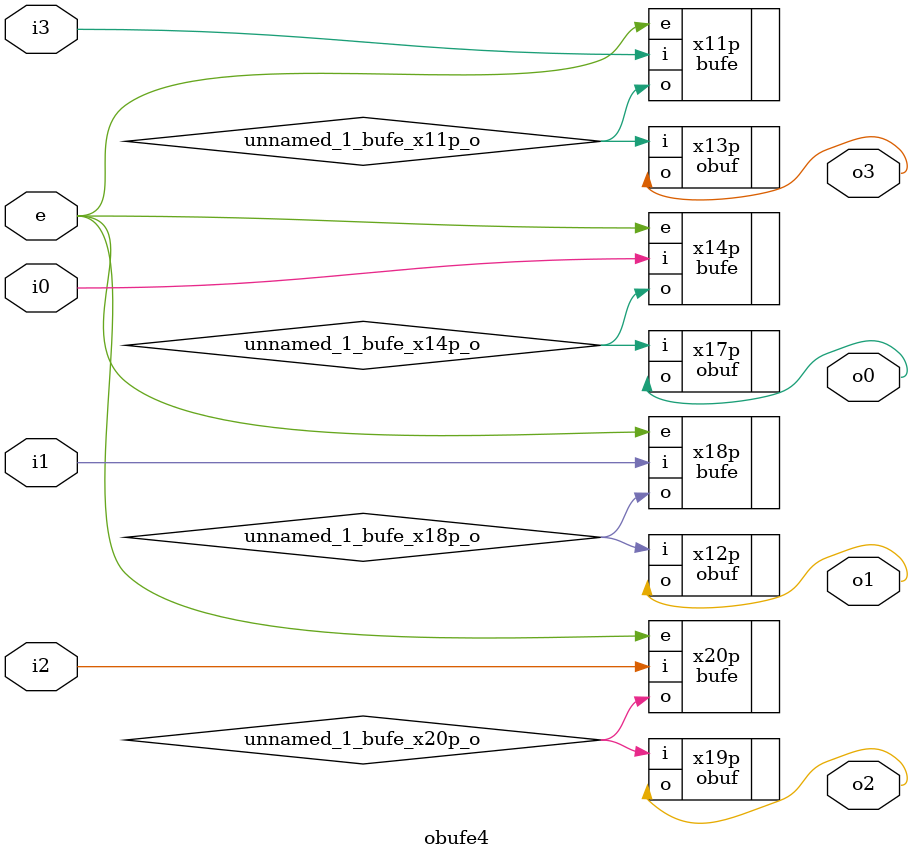
<source format=v>

module obufe4 (o0, o1, o2, o3, e, i0, i1, i2, i3 );
// generated by Concept HDL Direct Version 1.7 08-Aug-94
// on Tue Aug 30 23:29:33 1994
// from /usr3/xiltest/concept/lib/xm7000/obufe4/logic

  parameter size = 0;

  output  o0;
  output  o1;
  output  o2;
  output  o3;
  input  e;
  input  i0;
  input  i1;
  input  i2;
  input  i3;

  wire  unnamed_1_bufe_x11p_o;
  wire  unnamed_1_bufe_x14p_o;
  wire  unnamed_1_bufe_x18p_o;
  wire  unnamed_1_bufe_x20p_o;

// begin instances 

  bufe x11p  (.e(e),
	.i(i3),
	.o(unnamed_1_bufe_x11p_o));
  defparam x11p.size = 1;

  obuf x12p  (.i(unnamed_1_bufe_x18p_o),
	.o(o1));
  defparam x12p.size = 1;

  obuf x13p  (.i(unnamed_1_bufe_x11p_o),
	.o(o3));
  defparam x13p.size = 1;

  bufe x14p  (.e(e),
	.i(i0),
	.o(unnamed_1_bufe_x14p_o));
  defparam x14p.size = 1;

  obuf x17p  (.i(unnamed_1_bufe_x14p_o),
	.o(o0));
  defparam x17p.size = 1;

  bufe x18p  (.e(e),
	.i(i1),
	.o(unnamed_1_bufe_x18p_o));
  defparam x18p.size = 1;

  obuf x19p  (.i(unnamed_1_bufe_x20p_o),
	.o(o2));
  defparam x19p.size = 1;

  bufe x20p  (.e(e),
	.i(i2),
	.o(unnamed_1_bufe_x20p_o));
  defparam x20p.size = 1;

endmodule // obufe4(logic) 

</source>
